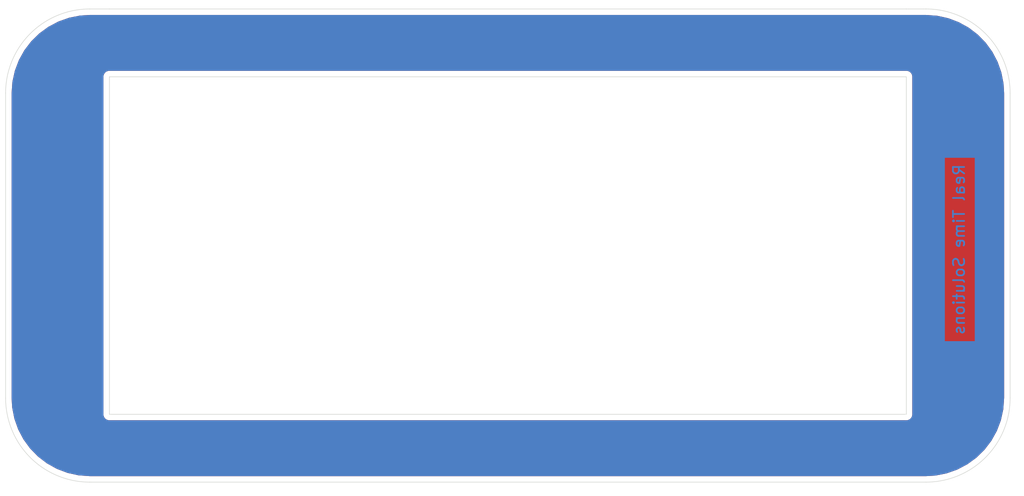
<source format=kicad_pcb>
(kicad_pcb (version 20171130) (host pcbnew "(5.1.4)-1")

  (general
    (thickness 1.6)
    (drawings 16)
    (tracks 0)
    (zones 0)
    (modules 0)
    (nets 1)
  )

  (page A4)
  (layers
    (0 F.Cu signal)
    (31 B.Cu signal)
    (32 B.Adhes user)
    (33 F.Adhes user)
    (34 B.Paste user)
    (35 F.Paste user)
    (36 B.SilkS user)
    (37 F.SilkS user)
    (38 B.Mask user)
    (39 F.Mask user)
    (40 Dwgs.User user)
    (41 Cmts.User user)
    (42 Eco1.User user)
    (43 Eco2.User user)
    (44 Edge.Cuts user)
    (45 Margin user)
    (46 B.CrtYd user)
    (47 F.CrtYd user)
    (48 B.Fab user)
    (49 F.Fab user)
  )

  (setup
    (last_trace_width 0.25)
    (trace_clearance 0.2)
    (zone_clearance 0.508)
    (zone_45_only no)
    (trace_min 0.2)
    (via_size 0.8)
    (via_drill 0.4)
    (via_min_size 0.4)
    (via_min_drill 0.3)
    (uvia_size 0.3)
    (uvia_drill 0.1)
    (uvias_allowed no)
    (uvia_min_size 0.2)
    (uvia_min_drill 0.1)
    (edge_width 0.05)
    (segment_width 0.2)
    (pcb_text_width 0.3)
    (pcb_text_size 1.5 1.5)
    (mod_edge_width 0.12)
    (mod_text_size 1 1)
    (mod_text_width 0.15)
    (pad_size 1.524 1.524)
    (pad_drill 0.762)
    (pad_to_mask_clearance 0.051)
    (solder_mask_min_width 0.25)
    (aux_axis_origin 0 0)
    (visible_elements 7EFFFFFF)
    (pcbplotparams
      (layerselection 0x010fc_ffffffff)
      (usegerberextensions false)
      (usegerberattributes false)
      (usegerberadvancedattributes false)
      (creategerberjobfile false)
      (excludeedgelayer true)
      (linewidth 0.100000)
      (plotframeref false)
      (viasonmask false)
      (mode 1)
      (useauxorigin false)
      (hpglpennumber 1)
      (hpglpenspeed 20)
      (hpglpendiameter 15.000000)
      (psnegative false)
      (psa4output false)
      (plotreference true)
      (plotvalue true)
      (plotinvisibletext false)
      (padsonsilk false)
      (subtractmaskfromsilk false)
      (outputformat 1)
      (mirror false)
      (drillshape 0)
      (scaleselection 1)
      (outputdirectory "gbr/"))
  )

  (net 0 "")

  (net_class Default "This is the default net class."
    (clearance 0.2)
    (trace_width 0.25)
    (via_dia 0.8)
    (via_drill 0.4)
    (uvia_dia 0.3)
    (uvia_drill 0.1)
  )

  (gr_line (start 9.25 -36.15) (end 80.25 -36.15) (layer Edge.Cuts) (width 0.05) (tstamp 5FD5224D))
  (gr_line (start 9.25 -42.2) (end 80.25 -42.2) (layer Edge.Cuts) (width 0.05) (tstamp 5FD52239))
  (gr_line (start 80.25 -42.2) (end 82 -42.2) (layer Edge.Cuts) (width 0.05) (tstamp 5FD3684B))
  (gr_text "Real Time Solutions" (at 84.95 -20.75 90) (layer B.Cu) (tstamp 5F8B7D73)
    (effects (font (size 1 1) (thickness 0.15)) (justify mirror))
  )
  (gr_text "Real Time Solutions" (at 4.55 -20.75 270) (layer F.Cu)
    (effects (font (size 1 1) (thickness 0.15)))
  )
  (gr_line (start 80.25 -36.15) (end 80.25 -6.05) (layer Edge.Cuts) (width 0.05) (tstamp 5F8B7D05))
  (gr_line (start 9.25 -6.05) (end 9.25 -36.15) (layer Edge.Cuts) (width 0.05) (tstamp 5F8B7D01))
  (gr_line (start 9.25 -6.05) (end 80.25 -6.05) (layer Edge.Cuts) (width 0.05))
  (gr_arc (start 82 -7.5) (end 82 0) (angle -90) (layer Edge.Cuts) (width 0.05) (tstamp 5F8B25F2))
  (gr_arc (start 7.5 -7.5) (end 0 -7.5) (angle -90) (layer Edge.Cuts) (width 0.05) (tstamp 5F8B25CF))
  (gr_arc (start 82 -34.7) (end 89.5 -34.7) (angle -90) (layer Edge.Cuts) (width 0.05) (tstamp 5F8B2558))
  (gr_arc (start 7.5 -34.7) (end 7.5 -42.2) (angle -90) (layer Edge.Cuts) (width 0.05))
  (gr_line (start 0 -7.5) (end 0 -34.7) (layer Edge.Cuts) (width 0.05) (tstamp 5F8B1D9E))
  (gr_line (start 7.5 -42.2) (end 9.25 -42.2) (layer Edge.Cuts) (width 0.05) (tstamp 5F8B1DCF))
  (gr_line (start 89.5 -7.5) (end 89.5 -34.7) (layer Edge.Cuts) (width 0.05) (tstamp 5F8B1DB8))
  (gr_line (start 7.5 0) (end 82 0) (layer Edge.Cuts) (width 0.05))

  (zone (net 0) (net_name "") (layer F.Cu) (tstamp 0) (hatch edge 0.508)
    (connect_pads (clearance 0.508))
    (min_thickness 0.254)
    (fill yes (arc_segments 32) (thermal_gap 0.508) (thermal_bridge_width 0.508))
    (polygon
      (pts
        (xy -0.5 -43) (xy 90.75 -43) (xy 90.75 1.25) (xy -0.5 1.25)
      )
    )
    (filled_polygon
      (pts
        (xy 82.987141 -41.46664) (xy 83.953616 -41.253262) (xy 84.879156 -40.902607) (xy 85.744385 -40.422014) (xy 86.531169 -39.82156)
        (xy 87.223039 -39.113812) (xy 87.805493 -38.313604) (xy 88.266332 -37.43769) (xy 88.5959 -36.504434) (xy 88.788021 -35.529685)
        (xy 88.840001 -34.679818) (xy 88.84 -7.523906) (xy 88.76664 -6.512857) (xy 88.553262 -5.546384) (xy 88.202609 -4.620849)
        (xy 87.722019 -3.755622) (xy 87.12156 -2.968831) (xy 86.413808 -2.276958) (xy 85.613604 -1.694507) (xy 84.737693 -1.233669)
        (xy 83.804434 -0.9041) (xy 82.829685 -0.711979) (xy 81.979835 -0.66) (xy 7.523906 -0.66) (xy 6.512857 -0.73336)
        (xy 5.546384 -0.946738) (xy 4.620849 -1.297391) (xy 3.755622 -1.777981) (xy 2.968831 -2.37844) (xy 2.276958 -3.086192)
        (xy 1.694507 -3.886396) (xy 1.233669 -4.762307) (xy 0.9041 -5.695566) (xy 0.711979 -6.670315) (xy 0.66 -7.520165)
        (xy 0.66 -29.055238) (xy 3.0225 -29.055238) (xy 3.0225 -12.444762) (xy 5.9425 -12.444762) (xy 5.9425 -29.055238)
        (xy 3.0225 -29.055238) (xy 0.66 -29.055238) (xy 0.66 -34.676094) (xy 0.73336 -35.687141) (xy 0.835549 -36.15)
        (xy 8.586807 -36.15) (xy 8.590001 -36.117571) (xy 8.59 -6.082419) (xy 8.586807 -6.05) (xy 8.59955 -5.920617)
        (xy 8.63729 -5.796207) (xy 8.698575 -5.68155) (xy 8.772749 -5.591169) (xy 8.781052 -5.581052) (xy 8.88155 -5.498575)
        (xy 8.996207 -5.43729) (xy 9.120617 -5.39955) (xy 9.25 -5.386807) (xy 9.282419 -5.39) (xy 80.217581 -5.39)
        (xy 80.25 -5.386807) (xy 80.282419 -5.39) (xy 80.316159 -5.393323) (xy 80.379383 -5.39955) (xy 80.503793 -5.43729)
        (xy 80.61845 -5.498575) (xy 80.718948 -5.581052) (xy 80.801425 -5.68155) (xy 80.86271 -5.796207) (xy 80.90045 -5.920617)
        (xy 80.908749 -6.004879) (xy 80.913193 -6.05) (xy 80.91 -6.082419) (xy 80.91 -36.117581) (xy 80.913193 -36.15)
        (xy 80.90045 -36.279383) (xy 80.86271 -36.403793) (xy 80.801425 -36.51845) (xy 80.718948 -36.618948) (xy 80.61845 -36.701425)
        (xy 80.503793 -36.76271) (xy 80.379383 -36.80045) (xy 80.282419 -36.81) (xy 80.25 -36.813193) (xy 80.217581 -36.81)
        (xy 9.282419 -36.81) (xy 9.25 -36.813193) (xy 9.217581 -36.81) (xy 9.120617 -36.80045) (xy 8.996207 -36.76271)
        (xy 8.88155 -36.701425) (xy 8.781052 -36.618948) (xy 8.698575 -36.51845) (xy 8.63729 -36.403793) (xy 8.59955 -36.279383)
        (xy 8.586807 -36.15) (xy 0.835549 -36.15) (xy 0.946738 -36.653616) (xy 1.297393 -37.579156) (xy 1.777986 -38.444385)
        (xy 2.37844 -39.231169) (xy 3.086188 -39.923039) (xy 3.886396 -40.505493) (xy 4.76231 -40.966332) (xy 5.695566 -41.2959)
        (xy 6.670315 -41.488021) (xy 7.520165 -41.54) (xy 81.976094 -41.54)
      )
    )
  )
  (zone (net 0) (net_name "") (layer B.Cu) (tstamp 0) (hatch edge 0.508)
    (connect_pads (clearance 0.508))
    (min_thickness 0.254)
    (fill yes (arc_segments 32) (thermal_gap 0.508) (thermal_bridge_width 0.508))
    (polygon
      (pts
        (xy -0.5 -43) (xy 90.75 -43) (xy 90.75 1.25) (xy -0.5 1.25)
      )
    )
    (filled_polygon
      (pts
        (xy 82.987141 -41.46664) (xy 83.953616 -41.253262) (xy 84.879156 -40.902607) (xy 85.744385 -40.422014) (xy 86.531169 -39.82156)
        (xy 87.223039 -39.113812) (xy 87.805493 -38.313604) (xy 88.266332 -37.43769) (xy 88.5959 -36.504434) (xy 88.788021 -35.529685)
        (xy 88.840001 -34.679818) (xy 88.84 -7.523906) (xy 88.76664 -6.512857) (xy 88.553262 -5.546384) (xy 88.202609 -4.620849)
        (xy 87.722019 -3.755622) (xy 87.12156 -2.968831) (xy 86.413808 -2.276958) (xy 85.613604 -1.694507) (xy 84.737693 -1.233669)
        (xy 83.804434 -0.9041) (xy 82.829685 -0.711979) (xy 81.979835 -0.66) (xy 7.523906 -0.66) (xy 6.512857 -0.73336)
        (xy 5.546384 -0.946738) (xy 4.620849 -1.297391) (xy 3.755622 -1.777981) (xy 2.968831 -2.37844) (xy 2.276958 -3.086192)
        (xy 1.694507 -3.886396) (xy 1.233669 -4.762307) (xy 0.9041 -5.695566) (xy 0.711979 -6.670315) (xy 0.66 -7.520165)
        (xy 0.66 -34.676094) (xy 0.73336 -35.687141) (xy 0.835549 -36.15) (xy 8.586807 -36.15) (xy 8.590001 -36.117571)
        (xy 8.59 -6.082419) (xy 8.586807 -6.05) (xy 8.59955 -5.920617) (xy 8.63729 -5.796207) (xy 8.698575 -5.68155)
        (xy 8.772749 -5.591169) (xy 8.781052 -5.581052) (xy 8.88155 -5.498575) (xy 8.996207 -5.43729) (xy 9.120617 -5.39955)
        (xy 9.25 -5.386807) (xy 9.282419 -5.39) (xy 80.217581 -5.39) (xy 80.25 -5.386807) (xy 80.282419 -5.39)
        (xy 80.316159 -5.393323) (xy 80.379383 -5.39955) (xy 80.503793 -5.43729) (xy 80.61845 -5.498575) (xy 80.718948 -5.581052)
        (xy 80.801425 -5.68155) (xy 80.86271 -5.796207) (xy 80.90045 -5.920617) (xy 80.908749 -6.004879) (xy 80.913193 -6.05)
        (xy 80.91 -6.082419) (xy 80.91 -29.055238) (xy 83.5575 -29.055238) (xy 83.5575 -12.444762) (xy 86.4775 -12.444762)
        (xy 86.4775 -29.055238) (xy 83.5575 -29.055238) (xy 80.91 -29.055238) (xy 80.91 -36.117581) (xy 80.913193 -36.15)
        (xy 80.90045 -36.279383) (xy 80.86271 -36.403793) (xy 80.801425 -36.51845) (xy 80.718948 -36.618948) (xy 80.61845 -36.701425)
        (xy 80.503793 -36.76271) (xy 80.379383 -36.80045) (xy 80.282419 -36.81) (xy 80.25 -36.813193) (xy 80.217581 -36.81)
        (xy 9.282419 -36.81) (xy 9.25 -36.813193) (xy 9.217581 -36.81) (xy 9.120617 -36.80045) (xy 8.996207 -36.76271)
        (xy 8.88155 -36.701425) (xy 8.781052 -36.618948) (xy 8.698575 -36.51845) (xy 8.63729 -36.403793) (xy 8.59955 -36.279383)
        (xy 8.586807 -36.15) (xy 0.835549 -36.15) (xy 0.946738 -36.653616) (xy 1.297393 -37.579156) (xy 1.777986 -38.444385)
        (xy 2.37844 -39.231169) (xy 3.086188 -39.923039) (xy 3.886396 -40.505493) (xy 4.76231 -40.966332) (xy 5.695566 -41.2959)
        (xy 6.670315 -41.488021) (xy 7.520165 -41.54) (xy 81.976094 -41.54)
      )
    )
  )
)

</source>
